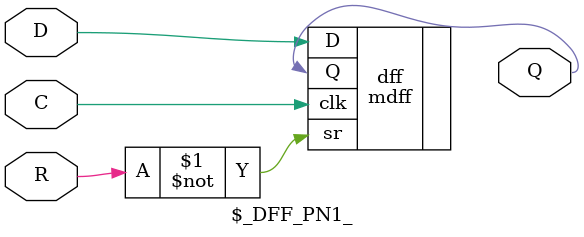
<source format=v>
(* techmap_celltype = "$dff $_DFF_P_" *)
module _dff (input D, C, output Q);
    parameter _TECHMAP_CELLTYPE_ = "";
    mdff dff (.clk(C), .D(D), .Q(Q));
endmodule

(* techmap_celltype = "$dffe $_DFFE_PP_" *)
module _dffe (input D, C, E, output Q);
    parameter _TECHMAP_CELLTYPE_ = "";
    mdff #(.ENABLE_CE(1'b1)) dff (.clk(C), .D(D), .Q(Q), .ce(E));
endmodule

module \$_DFFE_PN_ (input D, C, E, output Q);
    mdff #(.ENABLE_CE(1'b1)) dff (.clk(C), .D(D), .Q(Q), .ce(~E));
endmodule

module \$_DFF_PP0_ (input D, C, R, output Q);
    mdff #(.ENABLE_SR(1'b1)) dff (.clk(C), .D(D), .Q(Q), .sr(R));
endmodule

module \$_DFF_PN0_ (input D, C, R, output Q);
    mdff #(.ENABLE_SR(1'b1)) dff (.clk(C), .D(D), .Q(Q), .sr(~R));
endmodule

module \$_DFF_PP1_ (input D, C, R, output Q);
    mdff #(.ENABLE_SR(1'b1), .SR_SET(1'b1)) dff (.clk(C), .D(D), .Q(Q), .sr(R));
endmodule

module \$_DFF_PN1_ (input D, C, R, output Q);
    mdff #(.ENABLE_SR(1'b1), .SR_SET(1'b1)) dff (.clk(C), .D(D), .Q(Q), .sr(~R));
endmodule


</source>
